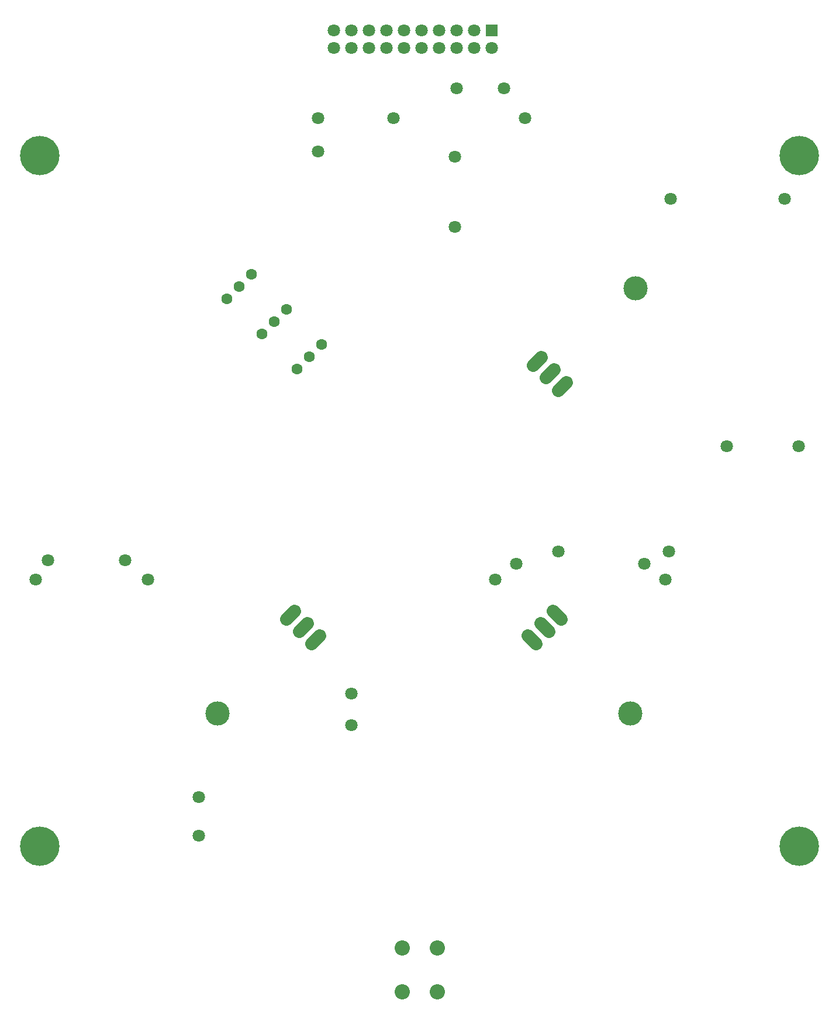
<source format=gbr>
G04 EAGLE Gerber RS-274X export*
G75*
%MOMM*%
%FSLAX34Y34*%
%LPD*%
%INSoldermask Top*%
%IPPOS*%
%AMOC8*
5,1,8,0,0,1.08239X$1,22.5*%
G01*
%ADD10C,1.603200*%
%ADD11C,2.203200*%
%ADD12R,1.803200X1.803200*%
%ADD13C,1.803200*%
%ADD14C,1.879600*%
%ADD15C,3.505200*%
%ADD16C,5.703200*%


D10*
X622300Y990600D03*
X640261Y1008561D03*
X658221Y1026521D03*
X571500Y1041400D03*
X589461Y1059361D03*
X607421Y1077321D03*
X520700Y1092200D03*
X538661Y1110161D03*
X556621Y1128121D03*
D11*
X774700Y152400D03*
X825500Y152400D03*
X825500Y88900D03*
X774700Y88900D03*
D12*
X904240Y1480820D03*
D13*
X904240Y1455420D03*
X878840Y1480820D03*
X878840Y1455420D03*
X853440Y1480820D03*
X853440Y1455420D03*
X828040Y1480820D03*
X828040Y1455420D03*
X802640Y1480820D03*
X802640Y1455420D03*
X777240Y1480820D03*
X777240Y1455420D03*
X751840Y1480820D03*
X751840Y1455420D03*
X726440Y1480820D03*
X726440Y1455420D03*
X701040Y1480820D03*
X701040Y1455420D03*
X675640Y1480820D03*
X675640Y1455420D03*
D14*
X993292Y640289D02*
X1005146Y628435D01*
X987186Y610474D02*
X975332Y622328D01*
X957371Y604368D02*
X969225Y592514D01*
D15*
X1105186Y492474D03*
D14*
X655529Y604368D02*
X643675Y592514D01*
X625714Y610474D02*
X637568Y622328D01*
X619608Y640289D02*
X607754Y628435D01*
D15*
X507714Y492474D03*
D14*
X964991Y995832D02*
X976845Y1007686D01*
X994806Y989726D02*
X982952Y977872D01*
X1000912Y959911D02*
X1012766Y971765D01*
D15*
X1112806Y1107726D03*
D13*
X652780Y1305560D03*
X652780Y1353820D03*
X909320Y685800D03*
X1155700Y685800D03*
X762000Y1353820D03*
X952500Y1353820D03*
X939800Y708660D03*
X1125220Y708660D03*
X373380Y713740D03*
X261620Y713740D03*
X853440Y1397000D03*
X922020Y1397000D03*
X406400Y685800D03*
X243840Y685800D03*
X1328420Y1236980D03*
X1163320Y1236980D03*
D16*
X250000Y1300000D03*
X1350000Y1300000D03*
X250000Y300000D03*
X1350000Y300000D03*
D13*
X701040Y474980D03*
X701040Y520700D03*
X1244600Y878840D03*
X1348740Y878840D03*
X480060Y370840D03*
X480060Y314960D03*
X850900Y1297940D03*
X850900Y1196340D03*
X1000760Y726440D03*
X1160780Y726440D03*
M02*

</source>
